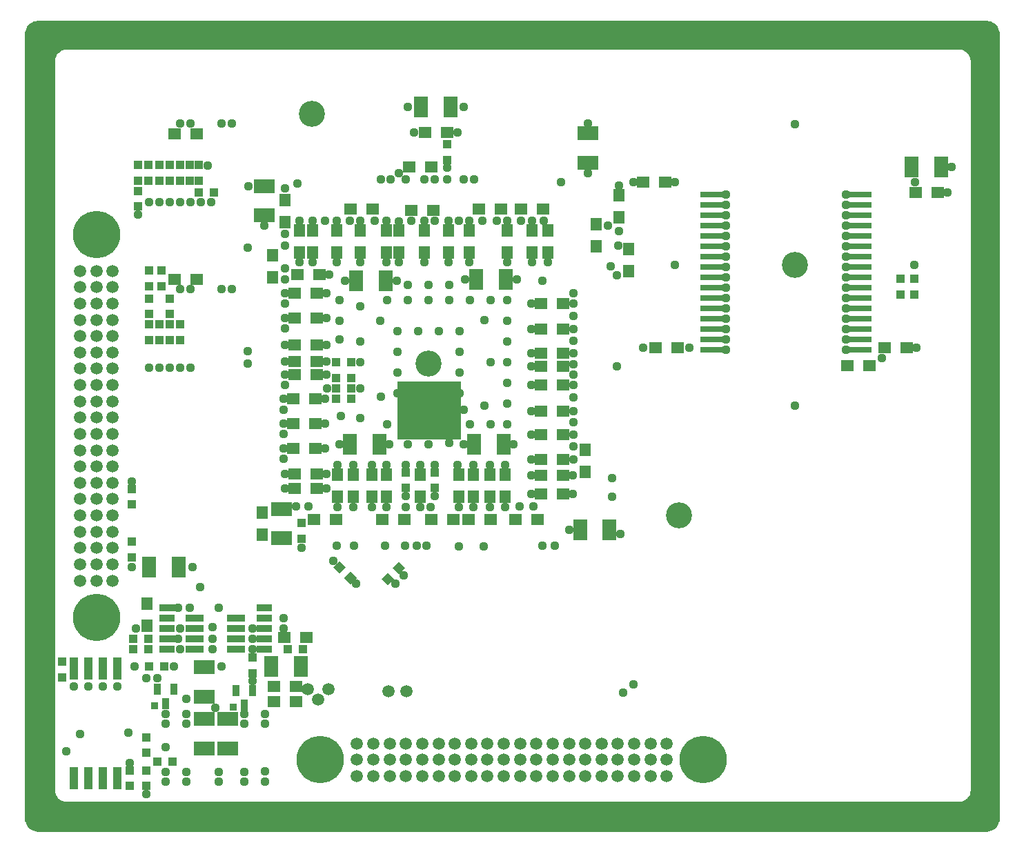
<source format=gbr>
G75*
G70*
%OFA0B0*%
%FSLAX24Y24*%
%IPPOS*%
%LPD*%
%AMOC8*
5,1,8,0,0,1.08239X$1,22.5*
%
%ADD10C,0.0160*%
%ADD11R,0.3050X0.2850*%
%ADD12C,0.0595*%
%ADD13C,0.2285*%
%ADD14R,0.0880X0.0330*%
%ADD15R,0.0434X0.0434*%
%ADD16R,0.0631X0.0552*%
%ADD17R,0.0552X0.0631*%
%ADD18R,0.0434X0.0434*%
%ADD19R,0.1080X0.0300*%
%ADD20R,0.0710X0.1025*%
%ADD21R,0.1025X0.0710*%
%ADD22R,0.0330X0.0580*%
%ADD23R,0.0330X0.0330*%
%ADD24R,0.0780X0.0330*%
%ADD25R,0.0430X0.1080*%
%ADD26C,0.0440*%
%ADD27C,0.1346*%
%ADD28C,0.1261*%
D10*
X000489Y000489D02*
X000425Y000565D01*
X000374Y000649D01*
X000336Y000740D01*
X000313Y000836D01*
X000305Y000935D01*
X000305Y038725D01*
X000313Y038824D01*
X000336Y038920D01*
X000374Y039011D01*
X000425Y039095D01*
X000489Y039171D01*
X000565Y039235D01*
X000649Y039286D01*
X000740Y039324D01*
X000836Y039347D01*
X000935Y039355D01*
X003005Y039355D01*
X003005Y038105D01*
X002235Y038105D01*
X002136Y038097D01*
X002040Y038074D01*
X001949Y038036D01*
X001865Y037985D01*
X001789Y037921D01*
X001725Y037845D01*
X001674Y037761D01*
X001636Y037670D01*
X001613Y037574D01*
X001605Y037475D01*
X001605Y002235D01*
X001613Y002136D01*
X001636Y002040D01*
X001674Y001949D01*
X001725Y001865D01*
X001789Y001789D01*
X001865Y001725D01*
X001949Y001674D01*
X002040Y001636D01*
X002136Y001613D01*
X002235Y001605D01*
X045375Y001605D01*
X045474Y001613D01*
X045570Y001636D01*
X045661Y001674D01*
X045745Y001725D01*
X045821Y001789D01*
X045885Y001865D01*
X045936Y001949D01*
X045974Y002040D01*
X045997Y002136D01*
X046005Y002235D01*
X046005Y037475D01*
X045997Y037574D01*
X045974Y037670D01*
X045936Y037761D01*
X045885Y037845D01*
X045821Y037921D01*
X045745Y037985D01*
X045661Y038036D01*
X045570Y038074D01*
X045474Y038097D01*
X045375Y038105D01*
X003055Y038105D01*
X003055Y039355D01*
X046625Y039355D01*
X046724Y039347D01*
X046820Y039324D01*
X046911Y039286D01*
X046995Y039235D01*
X047071Y039171D01*
X047135Y039095D01*
X047186Y039011D01*
X047224Y038920D01*
X047247Y038824D01*
X047255Y038725D01*
X047255Y000935D01*
X047247Y000836D01*
X047224Y000740D01*
X047186Y000649D01*
X047135Y000565D01*
X047071Y000489D01*
X046995Y000425D01*
X046911Y000374D01*
X046820Y000336D01*
X046724Y000313D01*
X046625Y000305D01*
X000935Y000305D01*
X000836Y000313D01*
X000740Y000336D01*
X000649Y000374D01*
X000565Y000425D01*
X000489Y000489D01*
X000510Y000472D02*
X047050Y000472D01*
X047175Y000631D02*
X000385Y000631D01*
X000324Y000789D02*
X047236Y000789D01*
X047255Y000948D02*
X000305Y000948D01*
X000305Y001106D02*
X047255Y001106D01*
X047255Y001265D02*
X000305Y001265D01*
X000305Y001423D02*
X047255Y001423D01*
X047255Y001582D02*
X000305Y001582D01*
X000305Y001740D02*
X001847Y001740D01*
X001705Y001899D02*
X000305Y001899D01*
X000305Y002057D02*
X001632Y002057D01*
X001607Y002216D02*
X000305Y002216D01*
X000305Y002374D02*
X001605Y002374D01*
X001605Y002533D02*
X000305Y002533D01*
X000305Y002691D02*
X001605Y002691D01*
X001605Y002850D02*
X000305Y002850D01*
X000305Y003008D02*
X001605Y003008D01*
X001605Y003167D02*
X000305Y003167D01*
X000305Y003325D02*
X001605Y003325D01*
X001605Y003484D02*
X000305Y003484D01*
X000305Y003642D02*
X001605Y003642D01*
X001605Y003801D02*
X000305Y003801D01*
X000305Y003959D02*
X001605Y003959D01*
X001605Y004118D02*
X000305Y004118D01*
X000305Y004276D02*
X001605Y004276D01*
X001605Y004435D02*
X000305Y004435D01*
X000305Y004593D02*
X001605Y004593D01*
X001605Y004752D02*
X000305Y004752D01*
X000305Y004910D02*
X001605Y004910D01*
X001605Y005069D02*
X000305Y005069D01*
X000305Y005227D02*
X001605Y005227D01*
X001605Y005386D02*
X000305Y005386D01*
X000305Y005544D02*
X001605Y005544D01*
X001605Y005703D02*
X000305Y005703D01*
X000305Y005861D02*
X001605Y005861D01*
X001605Y006020D02*
X000305Y006020D01*
X000305Y006178D02*
X001605Y006178D01*
X001605Y006337D02*
X000305Y006337D01*
X000305Y006495D02*
X001605Y006495D01*
X001605Y006654D02*
X000305Y006654D01*
X000305Y006812D02*
X001605Y006812D01*
X001605Y006971D02*
X000305Y006971D01*
X000305Y007129D02*
X001605Y007129D01*
X001605Y007288D02*
X000305Y007288D01*
X000305Y007446D02*
X001605Y007446D01*
X001605Y007605D02*
X000305Y007605D01*
X000305Y007763D02*
X001605Y007763D01*
X001605Y007922D02*
X000305Y007922D01*
X000305Y008080D02*
X001605Y008080D01*
X001605Y008239D02*
X000305Y008239D01*
X000305Y008397D02*
X001605Y008397D01*
X001605Y008556D02*
X000305Y008556D01*
X000305Y008714D02*
X001605Y008714D01*
X001605Y008873D02*
X000305Y008873D01*
X000305Y009031D02*
X001605Y009031D01*
X001605Y009190D02*
X000305Y009190D01*
X000305Y009348D02*
X001605Y009348D01*
X001605Y009507D02*
X000305Y009507D01*
X000305Y009665D02*
X001605Y009665D01*
X001605Y009824D02*
X000305Y009824D01*
X000305Y009982D02*
X001605Y009982D01*
X001605Y010141D02*
X000305Y010141D01*
X000305Y010299D02*
X001605Y010299D01*
X001605Y010458D02*
X000305Y010458D01*
X000305Y010616D02*
X001605Y010616D01*
X001605Y010775D02*
X000305Y010775D01*
X000305Y010933D02*
X001605Y010933D01*
X001605Y011092D02*
X000305Y011092D01*
X000305Y011250D02*
X001605Y011250D01*
X001605Y011409D02*
X000305Y011409D01*
X000305Y011567D02*
X001605Y011567D01*
X001605Y011726D02*
X000305Y011726D01*
X000305Y011884D02*
X001605Y011884D01*
X001605Y012043D02*
X000305Y012043D01*
X000305Y012201D02*
X001605Y012201D01*
X001605Y012360D02*
X000305Y012360D01*
X000305Y012518D02*
X001605Y012518D01*
X001605Y012677D02*
X000305Y012677D01*
X000305Y012835D02*
X001605Y012835D01*
X001605Y012994D02*
X000305Y012994D01*
X000305Y013152D02*
X001605Y013152D01*
X001605Y013311D02*
X000305Y013311D01*
X000305Y013469D02*
X001605Y013469D01*
X001605Y013628D02*
X000305Y013628D01*
X000305Y013786D02*
X001605Y013786D01*
X001605Y013945D02*
X000305Y013945D01*
X000305Y014103D02*
X001605Y014103D01*
X001605Y014262D02*
X000305Y014262D01*
X000305Y014420D02*
X001605Y014420D01*
X001605Y014579D02*
X000305Y014579D01*
X000305Y014737D02*
X001605Y014737D01*
X001605Y014896D02*
X000305Y014896D01*
X000305Y015054D02*
X001605Y015054D01*
X001605Y015213D02*
X000305Y015213D01*
X000305Y015371D02*
X001605Y015371D01*
X001605Y015530D02*
X000305Y015530D01*
X000305Y015688D02*
X001605Y015688D01*
X001605Y015847D02*
X000305Y015847D01*
X000305Y016005D02*
X001605Y016005D01*
X001605Y016164D02*
X000305Y016164D01*
X000305Y016322D02*
X001605Y016322D01*
X001605Y016481D02*
X000305Y016481D01*
X000305Y016639D02*
X001605Y016639D01*
X001605Y016798D02*
X000305Y016798D01*
X000305Y016956D02*
X001605Y016956D01*
X001605Y017115D02*
X000305Y017115D01*
X000305Y017273D02*
X001605Y017273D01*
X001605Y017432D02*
X000305Y017432D01*
X000305Y017590D02*
X001605Y017590D01*
X001605Y017749D02*
X000305Y017749D01*
X000305Y017907D02*
X001605Y017907D01*
X001605Y018066D02*
X000305Y018066D01*
X000305Y018224D02*
X001605Y018224D01*
X001605Y018383D02*
X000305Y018383D01*
X000305Y018541D02*
X001605Y018541D01*
X001605Y018700D02*
X000305Y018700D01*
X000305Y018858D02*
X001605Y018858D01*
X001605Y019017D02*
X000305Y019017D01*
X000305Y019175D02*
X001605Y019175D01*
X001605Y019334D02*
X000305Y019334D01*
X000305Y019492D02*
X001605Y019492D01*
X001605Y019651D02*
X000305Y019651D01*
X000305Y019809D02*
X001605Y019809D01*
X001605Y019968D02*
X000305Y019968D01*
X000305Y020126D02*
X001605Y020126D01*
X001605Y020285D02*
X000305Y020285D01*
X000305Y020443D02*
X001605Y020443D01*
X001605Y020602D02*
X000305Y020602D01*
X000305Y020760D02*
X001605Y020760D01*
X001605Y020919D02*
X000305Y020919D01*
X000305Y021077D02*
X001605Y021077D01*
X001605Y021236D02*
X000305Y021236D01*
X000305Y021394D02*
X001605Y021394D01*
X001605Y021553D02*
X000305Y021553D01*
X000305Y021711D02*
X001605Y021711D01*
X001605Y021870D02*
X000305Y021870D01*
X000305Y022028D02*
X001605Y022028D01*
X001605Y022187D02*
X000305Y022187D01*
X000305Y022345D02*
X001605Y022345D01*
X001605Y022504D02*
X000305Y022504D01*
X000305Y022662D02*
X001605Y022662D01*
X001605Y022821D02*
X000305Y022821D01*
X000305Y022979D02*
X001605Y022979D01*
X001605Y023138D02*
X000305Y023138D01*
X000305Y023296D02*
X001605Y023296D01*
X001605Y023455D02*
X000305Y023455D01*
X000305Y023613D02*
X001605Y023613D01*
X001605Y023772D02*
X000305Y023772D01*
X000305Y023930D02*
X001605Y023930D01*
X001605Y024089D02*
X000305Y024089D01*
X000305Y024247D02*
X001605Y024247D01*
X001605Y024406D02*
X000305Y024406D01*
X000305Y024564D02*
X001605Y024564D01*
X001605Y024723D02*
X000305Y024723D01*
X000305Y024881D02*
X001605Y024881D01*
X001605Y025040D02*
X000305Y025040D01*
X000305Y025198D02*
X001605Y025198D01*
X001605Y025357D02*
X000305Y025357D01*
X000305Y025515D02*
X001605Y025515D01*
X001605Y025674D02*
X000305Y025674D01*
X000305Y025832D02*
X001605Y025832D01*
X001605Y025991D02*
X000305Y025991D01*
X000305Y026149D02*
X001605Y026149D01*
X001605Y026308D02*
X000305Y026308D01*
X000305Y026466D02*
X001605Y026466D01*
X001605Y026625D02*
X000305Y026625D01*
X000305Y026783D02*
X001605Y026783D01*
X001605Y026942D02*
X000305Y026942D01*
X000305Y027100D02*
X001605Y027100D01*
X001605Y027259D02*
X000305Y027259D01*
X000305Y027417D02*
X001605Y027417D01*
X001605Y027576D02*
X000305Y027576D01*
X000305Y027734D02*
X001605Y027734D01*
X001605Y027893D02*
X000305Y027893D01*
X000305Y028051D02*
X001605Y028051D01*
X001605Y028210D02*
X000305Y028210D01*
X000305Y028368D02*
X001605Y028368D01*
X001605Y028527D02*
X000305Y028527D01*
X000305Y028685D02*
X001605Y028685D01*
X001605Y028844D02*
X000305Y028844D01*
X000305Y029002D02*
X001605Y029002D01*
X001605Y029161D02*
X000305Y029161D01*
X000305Y029319D02*
X001605Y029319D01*
X001605Y029478D02*
X000305Y029478D01*
X000305Y029636D02*
X001605Y029636D01*
X001605Y029795D02*
X000305Y029795D01*
X000305Y029953D02*
X001605Y029953D01*
X001605Y030112D02*
X000305Y030112D01*
X000305Y030270D02*
X001605Y030270D01*
X001605Y030429D02*
X000305Y030429D01*
X000305Y030587D02*
X001605Y030587D01*
X001605Y030746D02*
X000305Y030746D01*
X000305Y030904D02*
X001605Y030904D01*
X001605Y031063D02*
X000305Y031063D01*
X000305Y031221D02*
X001605Y031221D01*
X001605Y031380D02*
X000305Y031380D01*
X000305Y031538D02*
X001605Y031538D01*
X001605Y031697D02*
X000305Y031697D01*
X000305Y031855D02*
X001605Y031855D01*
X001605Y032014D02*
X000305Y032014D01*
X000305Y032172D02*
X001605Y032172D01*
X001605Y032331D02*
X000305Y032331D01*
X000305Y032489D02*
X001605Y032489D01*
X001605Y032648D02*
X000305Y032648D01*
X000305Y032806D02*
X001605Y032806D01*
X001605Y032965D02*
X000305Y032965D01*
X000305Y033123D02*
X001605Y033123D01*
X001605Y033282D02*
X000305Y033282D01*
X000305Y033440D02*
X001605Y033440D01*
X001605Y033599D02*
X000305Y033599D01*
X000305Y033757D02*
X001605Y033757D01*
X001605Y033916D02*
X000305Y033916D01*
X000305Y034074D02*
X001605Y034074D01*
X001605Y034233D02*
X000305Y034233D01*
X000305Y034391D02*
X001605Y034391D01*
X001605Y034550D02*
X000305Y034550D01*
X000305Y034708D02*
X001605Y034708D01*
X001605Y034867D02*
X000305Y034867D01*
X000305Y035025D02*
X001605Y035025D01*
X001605Y035184D02*
X000305Y035184D01*
X000305Y035342D02*
X001605Y035342D01*
X001605Y035501D02*
X000305Y035501D01*
X000305Y035659D02*
X001605Y035659D01*
X001605Y035818D02*
X000305Y035818D01*
X000305Y035976D02*
X001605Y035976D01*
X001605Y036135D02*
X000305Y036135D01*
X000305Y036293D02*
X001605Y036293D01*
X001605Y036452D02*
X000305Y036452D01*
X000305Y036610D02*
X001605Y036610D01*
X001605Y036769D02*
X000305Y036769D01*
X000305Y036927D02*
X001605Y036927D01*
X001605Y037086D02*
X000305Y037086D01*
X000305Y037244D02*
X001605Y037244D01*
X001605Y037403D02*
X000305Y037403D01*
X000305Y037561D02*
X001612Y037561D01*
X001656Y037720D02*
X000305Y037720D01*
X000305Y037878D02*
X001753Y037878D01*
X001949Y038037D02*
X000305Y038037D01*
X000305Y038195D02*
X003005Y038195D01*
X003055Y038195D02*
X047255Y038195D01*
X047255Y038037D02*
X045661Y038037D01*
X045857Y037878D02*
X047255Y037878D01*
X047255Y037720D02*
X045954Y037720D01*
X045998Y037561D02*
X047255Y037561D01*
X047255Y037403D02*
X046005Y037403D01*
X046005Y037244D02*
X047255Y037244D01*
X047255Y037086D02*
X046005Y037086D01*
X046005Y036927D02*
X047255Y036927D01*
X047255Y036769D02*
X046005Y036769D01*
X046005Y036610D02*
X047255Y036610D01*
X047255Y036452D02*
X046005Y036452D01*
X046005Y036293D02*
X047255Y036293D01*
X047255Y036135D02*
X046005Y036135D01*
X046005Y035976D02*
X047255Y035976D01*
X047255Y035818D02*
X046005Y035818D01*
X046005Y035659D02*
X047255Y035659D01*
X047255Y035501D02*
X046005Y035501D01*
X046005Y035342D02*
X047255Y035342D01*
X047255Y035184D02*
X046005Y035184D01*
X046005Y035025D02*
X047255Y035025D01*
X047255Y034867D02*
X046005Y034867D01*
X046005Y034708D02*
X047255Y034708D01*
X047255Y034550D02*
X046005Y034550D01*
X046005Y034391D02*
X047255Y034391D01*
X047255Y034233D02*
X046005Y034233D01*
X046005Y034074D02*
X047255Y034074D01*
X047255Y033916D02*
X046005Y033916D01*
X046005Y033757D02*
X047255Y033757D01*
X047255Y033599D02*
X046005Y033599D01*
X046005Y033440D02*
X047255Y033440D01*
X047255Y033282D02*
X046005Y033282D01*
X046005Y033123D02*
X047255Y033123D01*
X047255Y032965D02*
X046005Y032965D01*
X046005Y032806D02*
X047255Y032806D01*
X047255Y032648D02*
X046005Y032648D01*
X046005Y032489D02*
X047255Y032489D01*
X047255Y032331D02*
X046005Y032331D01*
X046005Y032172D02*
X047255Y032172D01*
X047255Y032014D02*
X046005Y032014D01*
X046005Y031855D02*
X047255Y031855D01*
X047255Y031697D02*
X046005Y031697D01*
X046005Y031538D02*
X047255Y031538D01*
X047255Y031380D02*
X046005Y031380D01*
X046005Y031221D02*
X047255Y031221D01*
X047255Y031063D02*
X046005Y031063D01*
X046005Y030904D02*
X047255Y030904D01*
X047255Y030746D02*
X046005Y030746D01*
X046005Y030587D02*
X047255Y030587D01*
X047255Y030429D02*
X046005Y030429D01*
X046005Y030270D02*
X047255Y030270D01*
X047255Y030112D02*
X046005Y030112D01*
X046005Y029953D02*
X047255Y029953D01*
X047255Y029795D02*
X046005Y029795D01*
X046005Y029636D02*
X047255Y029636D01*
X047255Y029478D02*
X046005Y029478D01*
X046005Y029319D02*
X047255Y029319D01*
X047255Y029161D02*
X046005Y029161D01*
X046005Y029002D02*
X047255Y029002D01*
X047255Y028844D02*
X046005Y028844D01*
X046005Y028685D02*
X047255Y028685D01*
X047255Y028527D02*
X046005Y028527D01*
X046005Y028368D02*
X047255Y028368D01*
X047255Y028210D02*
X046005Y028210D01*
X046005Y028051D02*
X047255Y028051D01*
X047255Y027893D02*
X046005Y027893D01*
X046005Y027734D02*
X047255Y027734D01*
X047255Y027576D02*
X046005Y027576D01*
X046005Y027417D02*
X047255Y027417D01*
X047255Y027259D02*
X046005Y027259D01*
X046005Y027100D02*
X047255Y027100D01*
X047255Y026942D02*
X046005Y026942D01*
X046005Y026783D02*
X047255Y026783D01*
X047255Y026625D02*
X046005Y026625D01*
X046005Y026466D02*
X047255Y026466D01*
X047255Y026308D02*
X046005Y026308D01*
X046005Y026149D02*
X047255Y026149D01*
X047255Y025991D02*
X046005Y025991D01*
X046005Y025832D02*
X047255Y025832D01*
X047255Y025674D02*
X046005Y025674D01*
X046005Y025515D02*
X047255Y025515D01*
X047255Y025357D02*
X046005Y025357D01*
X046005Y025198D02*
X047255Y025198D01*
X047255Y025040D02*
X046005Y025040D01*
X046005Y024881D02*
X047255Y024881D01*
X047255Y024723D02*
X046005Y024723D01*
X046005Y024564D02*
X047255Y024564D01*
X047255Y024406D02*
X046005Y024406D01*
X046005Y024247D02*
X047255Y024247D01*
X047255Y024089D02*
X046005Y024089D01*
X046005Y023930D02*
X047255Y023930D01*
X047255Y023772D02*
X046005Y023772D01*
X046005Y023613D02*
X047255Y023613D01*
X047255Y023455D02*
X046005Y023455D01*
X046005Y023296D02*
X047255Y023296D01*
X047255Y023138D02*
X046005Y023138D01*
X046005Y022979D02*
X047255Y022979D01*
X047255Y022821D02*
X046005Y022821D01*
X046005Y022662D02*
X047255Y022662D01*
X047255Y022504D02*
X046005Y022504D01*
X046005Y022345D02*
X047255Y022345D01*
X047255Y022187D02*
X046005Y022187D01*
X046005Y022028D02*
X047255Y022028D01*
X047255Y021870D02*
X046005Y021870D01*
X046005Y021711D02*
X047255Y021711D01*
X047255Y021553D02*
X046005Y021553D01*
X046005Y021394D02*
X047255Y021394D01*
X047255Y021236D02*
X046005Y021236D01*
X046005Y021077D02*
X047255Y021077D01*
X047255Y020919D02*
X046005Y020919D01*
X046005Y020760D02*
X047255Y020760D01*
X047255Y020602D02*
X046005Y020602D01*
X046005Y020443D02*
X047255Y020443D01*
X047255Y020285D02*
X046005Y020285D01*
X046005Y020126D02*
X047255Y020126D01*
X047255Y019968D02*
X046005Y019968D01*
X046005Y019809D02*
X047255Y019809D01*
X047255Y019651D02*
X046005Y019651D01*
X046005Y019492D02*
X047255Y019492D01*
X047255Y019334D02*
X046005Y019334D01*
X046005Y019175D02*
X047255Y019175D01*
X047255Y019017D02*
X046005Y019017D01*
X046005Y018858D02*
X047255Y018858D01*
X047255Y018700D02*
X046005Y018700D01*
X046005Y018541D02*
X047255Y018541D01*
X047255Y018383D02*
X046005Y018383D01*
X046005Y018224D02*
X047255Y018224D01*
X047255Y018066D02*
X046005Y018066D01*
X046005Y017907D02*
X047255Y017907D01*
X047255Y017749D02*
X046005Y017749D01*
X046005Y017590D02*
X047255Y017590D01*
X047255Y017432D02*
X046005Y017432D01*
X046005Y017273D02*
X047255Y017273D01*
X047255Y017115D02*
X046005Y017115D01*
X046005Y016956D02*
X047255Y016956D01*
X047255Y016798D02*
X046005Y016798D01*
X046005Y016639D02*
X047255Y016639D01*
X047255Y016481D02*
X046005Y016481D01*
X046005Y016322D02*
X047255Y016322D01*
X047255Y016164D02*
X046005Y016164D01*
X046005Y016005D02*
X047255Y016005D01*
X047255Y015847D02*
X046005Y015847D01*
X046005Y015688D02*
X047255Y015688D01*
X047255Y015530D02*
X046005Y015530D01*
X046005Y015371D02*
X047255Y015371D01*
X047255Y015213D02*
X046005Y015213D01*
X046005Y015054D02*
X047255Y015054D01*
X047255Y014896D02*
X046005Y014896D01*
X046005Y014737D02*
X047255Y014737D01*
X047255Y014579D02*
X046005Y014579D01*
X046005Y014420D02*
X047255Y014420D01*
X047255Y014262D02*
X046005Y014262D01*
X046005Y014103D02*
X047255Y014103D01*
X047255Y013945D02*
X046005Y013945D01*
X046005Y013786D02*
X047255Y013786D01*
X047255Y013628D02*
X046005Y013628D01*
X046005Y013469D02*
X047255Y013469D01*
X047255Y013311D02*
X046005Y013311D01*
X046005Y013152D02*
X047255Y013152D01*
X047255Y012994D02*
X046005Y012994D01*
X046005Y012835D02*
X047255Y012835D01*
X047255Y012677D02*
X046005Y012677D01*
X046005Y012518D02*
X047255Y012518D01*
X047255Y012360D02*
X046005Y012360D01*
X046005Y012201D02*
X047255Y012201D01*
X047255Y012043D02*
X046005Y012043D01*
X046005Y011884D02*
X047255Y011884D01*
X047255Y011726D02*
X046005Y011726D01*
X046005Y011567D02*
X047255Y011567D01*
X047255Y011409D02*
X046005Y011409D01*
X046005Y011250D02*
X047255Y011250D01*
X047255Y011092D02*
X046005Y011092D01*
X046005Y010933D02*
X047255Y010933D01*
X047255Y010775D02*
X046005Y010775D01*
X046005Y010616D02*
X047255Y010616D01*
X047255Y010458D02*
X046005Y010458D01*
X046005Y010299D02*
X047255Y010299D01*
X047255Y010141D02*
X046005Y010141D01*
X046005Y009982D02*
X047255Y009982D01*
X047255Y009824D02*
X046005Y009824D01*
X046005Y009665D02*
X047255Y009665D01*
X047255Y009507D02*
X046005Y009507D01*
X046005Y009348D02*
X047255Y009348D01*
X047255Y009190D02*
X046005Y009190D01*
X046005Y009031D02*
X047255Y009031D01*
X047255Y008873D02*
X046005Y008873D01*
X046005Y008714D02*
X047255Y008714D01*
X047255Y008556D02*
X046005Y008556D01*
X046005Y008397D02*
X047255Y008397D01*
X047255Y008239D02*
X046005Y008239D01*
X046005Y008080D02*
X047255Y008080D01*
X047255Y007922D02*
X046005Y007922D01*
X046005Y007763D02*
X047255Y007763D01*
X047255Y007605D02*
X046005Y007605D01*
X046005Y007446D02*
X047255Y007446D01*
X047255Y007288D02*
X046005Y007288D01*
X046005Y007129D02*
X047255Y007129D01*
X047255Y006971D02*
X046005Y006971D01*
X046005Y006812D02*
X047255Y006812D01*
X047255Y006654D02*
X046005Y006654D01*
X046005Y006495D02*
X047255Y006495D01*
X047255Y006337D02*
X046005Y006337D01*
X046005Y006178D02*
X047255Y006178D01*
X047255Y006020D02*
X046005Y006020D01*
X046005Y005861D02*
X047255Y005861D01*
X047255Y005703D02*
X046005Y005703D01*
X046005Y005544D02*
X047255Y005544D01*
X047255Y005386D02*
X046005Y005386D01*
X046005Y005227D02*
X047255Y005227D01*
X047255Y005069D02*
X046005Y005069D01*
X046005Y004910D02*
X047255Y004910D01*
X047255Y004752D02*
X046005Y004752D01*
X046005Y004593D02*
X047255Y004593D01*
X047255Y004435D02*
X046005Y004435D01*
X046005Y004276D02*
X047255Y004276D01*
X047255Y004118D02*
X046005Y004118D01*
X046005Y003959D02*
X047255Y003959D01*
X047255Y003801D02*
X046005Y003801D01*
X046005Y003642D02*
X047255Y003642D01*
X047255Y003484D02*
X046005Y003484D01*
X046005Y003325D02*
X047255Y003325D01*
X047255Y003167D02*
X046005Y003167D01*
X046005Y003008D02*
X047255Y003008D01*
X047255Y002850D02*
X046005Y002850D01*
X046005Y002691D02*
X047255Y002691D01*
X047255Y002533D02*
X046005Y002533D01*
X046005Y002374D02*
X047255Y002374D01*
X047255Y002216D02*
X046003Y002216D01*
X045978Y002057D02*
X047255Y002057D01*
X047255Y001899D02*
X045905Y001899D01*
X045763Y001740D02*
X047255Y001740D01*
X046727Y000314D02*
X000833Y000314D01*
X000305Y038354D02*
X003005Y038354D01*
X003055Y038354D02*
X047255Y038354D01*
X047255Y038512D02*
X003055Y038512D01*
X003005Y038512D02*
X000305Y038512D01*
X000305Y038671D02*
X003005Y038671D01*
X003055Y038671D02*
X047255Y038671D01*
X047246Y038829D02*
X003055Y038829D01*
X003005Y038829D02*
X000314Y038829D01*
X000364Y038988D02*
X003005Y038988D01*
X003055Y038988D02*
X047196Y038988D01*
X047091Y039146D02*
X003055Y039146D01*
X003005Y039146D02*
X000469Y039146D01*
X000693Y039305D02*
X003005Y039305D01*
X003055Y039305D02*
X046867Y039305D01*
D11*
X019780Y020580D03*
D12*
X004486Y020234D03*
X004486Y021021D03*
X004486Y021809D03*
X004486Y022596D03*
X004486Y023383D03*
X004486Y024171D03*
X004486Y024958D03*
X004486Y025746D03*
X004486Y026533D03*
X004486Y027320D03*
X003698Y027320D03*
X002911Y027320D03*
X002911Y026533D03*
X003698Y026533D03*
X003698Y025746D03*
X002911Y025746D03*
X002911Y024958D03*
X003698Y024958D03*
X003698Y024171D03*
X002911Y024171D03*
X002911Y023383D03*
X003698Y023383D03*
X003698Y022596D03*
X002911Y022596D03*
X002911Y021809D03*
X003698Y021809D03*
X003698Y021021D03*
X002911Y021021D03*
X002911Y020234D03*
X003698Y020234D03*
X003698Y019446D03*
X002911Y019446D03*
X002911Y018659D03*
X003698Y018659D03*
X003698Y017872D03*
X002911Y017872D03*
X002911Y017084D03*
X003698Y017084D03*
X003698Y016297D03*
X002911Y016297D03*
X002911Y015509D03*
X003698Y015509D03*
X003698Y014722D03*
X002911Y014722D03*
X002911Y013935D03*
X003698Y013935D03*
X004486Y013935D03*
X004486Y014722D03*
X004486Y015509D03*
X004486Y016297D03*
X004486Y017084D03*
X004486Y017872D03*
X004486Y018659D03*
X004486Y019446D03*
X004486Y013147D03*
X004486Y012360D03*
X003698Y012360D03*
X002911Y012360D03*
X002911Y013147D03*
X003698Y013147D03*
X013905Y007105D03*
X014405Y006605D03*
X014905Y007105D03*
X017821Y007005D03*
X018689Y007005D03*
X018659Y004486D03*
X019446Y004486D03*
X019446Y003698D03*
X018659Y003698D03*
X018659Y002911D03*
X019446Y002911D03*
X020234Y002911D03*
X021021Y002911D03*
X021809Y002911D03*
X022596Y002911D03*
X022596Y003698D03*
X023383Y003698D03*
X024171Y003698D03*
X024171Y002911D03*
X023383Y002911D03*
X024958Y002911D03*
X024958Y003698D03*
X025746Y003698D03*
X026533Y003698D03*
X026533Y002911D03*
X025746Y002911D03*
X027320Y002911D03*
X027320Y003698D03*
X027320Y004486D03*
X026533Y004486D03*
X025746Y004486D03*
X024958Y004486D03*
X024171Y004486D03*
X023383Y004486D03*
X022596Y004486D03*
X021809Y004486D03*
X021021Y004486D03*
X020234Y004486D03*
X020234Y003698D03*
X021021Y003698D03*
X021809Y003698D03*
X017872Y003698D03*
X017872Y002911D03*
X017084Y002911D03*
X016297Y002911D03*
X016297Y003698D03*
X017084Y003698D03*
X017084Y004486D03*
X016297Y004486D03*
X017872Y004486D03*
X028108Y004486D03*
X028895Y004486D03*
X029683Y004486D03*
X030470Y004486D03*
X031257Y004486D03*
X031257Y003698D03*
X030470Y003698D03*
X030470Y002911D03*
X031257Y002911D03*
X029683Y002911D03*
X029683Y003698D03*
X028895Y003698D03*
X028108Y003698D03*
X028108Y002911D03*
X028895Y002911D03*
D13*
X033029Y003698D03*
X014525Y003698D03*
X003698Y010588D03*
X003698Y029092D03*
D14*
X008455Y010555D03*
X008455Y010055D03*
X008455Y009555D03*
X008455Y009055D03*
X010455Y009055D03*
X010455Y009555D03*
X010455Y010055D03*
X010455Y010555D03*
D15*
X011255Y008629D03*
X011255Y007881D03*
X012931Y009055D03*
X013679Y009055D03*
X007379Y003605D03*
X006631Y003605D03*
X006105Y003179D03*
X005305Y003179D03*
X005305Y002431D03*
X006105Y002431D03*
X006105Y004031D03*
X006105Y004779D03*
X006231Y008205D03*
X006979Y008205D03*
X006229Y009055D03*
X006229Y009555D03*
X005481Y009555D03*
X005481Y009055D03*
X002055Y008429D03*
X002055Y007681D03*
X005405Y013481D03*
X005405Y014229D03*
X005405Y016031D03*
X005405Y016779D03*
X013605Y015129D03*
X013605Y014381D03*
X018655Y016831D03*
X018655Y017579D03*
X020055Y017579D03*
X020055Y016831D03*
X016029Y021155D03*
X016029Y021655D03*
X016029Y022155D03*
X015281Y022155D03*
X015281Y021655D03*
X015281Y021155D03*
X015281Y022905D03*
X016029Y022905D03*
X007755Y023981D03*
X007255Y023981D03*
X006755Y023981D03*
X006255Y023981D03*
X006255Y024729D03*
X006755Y024729D03*
X007255Y024729D03*
X007755Y024729D03*
X007255Y025231D03*
X007255Y025979D03*
X006855Y026581D03*
X006255Y026581D03*
X006255Y027329D03*
X006855Y027329D03*
X006255Y025979D03*
X006255Y025231D03*
X005705Y030431D03*
X005705Y031179D03*
X005705Y031681D03*
X006205Y031681D03*
X006755Y031681D03*
X007255Y031681D03*
X007755Y031681D03*
X008205Y031681D03*
X008655Y031681D03*
X008631Y031105D03*
X009379Y031105D03*
X008655Y032429D03*
X008205Y032429D03*
X007755Y032429D03*
X007255Y032429D03*
X006755Y032429D03*
X006205Y032429D03*
X005705Y032429D03*
X020636Y032681D03*
X020636Y033429D03*
X042555Y026929D03*
X043205Y026929D03*
X043205Y026181D03*
X042555Y026181D03*
D16*
X042836Y023605D03*
X041774Y023605D03*
X041036Y022755D03*
X039974Y022755D03*
X031786Y023605D03*
X030724Y023605D03*
X026236Y023355D03*
X026236Y022705D03*
X026236Y021805D03*
X025174Y021805D03*
X025174Y022705D03*
X025174Y023355D03*
X025174Y024505D03*
X026236Y024505D03*
X026236Y025755D03*
X025174Y025755D03*
X025286Y030305D03*
X024224Y030305D03*
X023236Y030305D03*
X022174Y030305D03*
X019986Y030255D03*
X018924Y030255D03*
X017036Y030305D03*
X015974Y030305D03*
X018824Y032355D03*
X019886Y032355D03*
X019574Y034005D03*
X020636Y034005D03*
X014486Y027155D03*
X014336Y026255D03*
X013424Y027155D03*
X013274Y026255D03*
X013274Y025055D03*
X014336Y025055D03*
X014336Y023755D03*
X014336Y022955D03*
X014336Y022305D03*
X013274Y022305D03*
X013274Y022955D03*
X013274Y023755D03*
X013224Y021155D03*
X014286Y021155D03*
X014286Y019955D03*
X013224Y019955D03*
X013224Y018755D03*
X014286Y018755D03*
X014336Y017505D03*
X014336Y016805D03*
X013274Y016805D03*
X013274Y017505D03*
X014224Y015305D03*
X015286Y015305D03*
X017524Y015305D03*
X018586Y015305D03*
X019874Y015305D03*
X020936Y015305D03*
X021674Y015305D03*
X022736Y015305D03*
X023954Y015305D03*
X025016Y015305D03*
X025174Y016555D03*
X025174Y017455D03*
X025174Y018205D03*
X026236Y018205D03*
X026236Y017455D03*
X026236Y016555D03*
X026236Y019405D03*
X025174Y019405D03*
X025174Y020555D03*
X026236Y020555D03*
X013836Y009605D03*
X012774Y009605D03*
X012274Y007255D03*
X012274Y006505D03*
X013336Y006505D03*
X013336Y007255D03*
X008536Y026905D03*
X007474Y026905D03*
X007474Y033955D03*
X008536Y033955D03*
X030124Y031605D03*
X031186Y031605D03*
X043274Y031105D03*
X044336Y031105D03*
D17*
X029405Y028386D03*
X029405Y027324D03*
X027855Y028524D03*
X027855Y029586D03*
X028955Y029924D03*
X028955Y030986D03*
X025505Y029286D03*
X024755Y029286D03*
X024755Y028224D03*
X025505Y028224D03*
X023555Y028224D03*
X023555Y029286D03*
X021705Y029286D03*
X020705Y029286D03*
X020705Y028224D03*
X021705Y028224D03*
X019555Y028224D03*
X019555Y029286D03*
X018305Y029286D03*
X017705Y029286D03*
X017705Y028224D03*
X018305Y028224D03*
X016455Y028224D03*
X016455Y029286D03*
X015305Y029286D03*
X015305Y028224D03*
X014155Y028224D03*
X013505Y028224D03*
X013505Y029286D03*
X014155Y029286D03*
X012805Y029674D03*
X012805Y030736D03*
X012205Y028086D03*
X012205Y027024D03*
X015355Y017486D03*
X016105Y017486D03*
X017005Y017486D03*
X017705Y017486D03*
X017705Y016424D03*
X017005Y016424D03*
X016105Y016424D03*
X015355Y016424D03*
X011705Y015636D03*
X011705Y014574D03*
X006155Y011236D03*
X006155Y010174D03*
X019355Y016424D03*
X019355Y017486D03*
X021205Y017486D03*
X021905Y017486D03*
X022705Y017486D03*
X023455Y017486D03*
X023455Y016424D03*
X022705Y016424D03*
X021905Y016424D03*
X021205Y016424D03*
X027305Y017624D03*
X027305Y018686D03*
D18*
G36*
X018013Y012969D02*
X018319Y013275D01*
X018625Y012969D01*
X018319Y012663D01*
X018013Y012969D01*
G37*
G36*
X017485Y012441D02*
X017791Y012747D01*
X018097Y012441D01*
X017791Y012135D01*
X017485Y012441D01*
G37*
G36*
X015969Y012797D02*
X016275Y012491D01*
X015969Y012185D01*
X015663Y012491D01*
X015969Y012797D01*
G37*
G36*
X015441Y013325D02*
X015747Y013019D01*
X015441Y012713D01*
X015135Y013019D01*
X015441Y013325D01*
G37*
D19*
X033405Y023505D03*
X033405Y024005D03*
X033405Y024505D03*
X033405Y025005D03*
X033405Y025505D03*
X033405Y026005D03*
X033405Y026505D03*
X033405Y027005D03*
X033405Y027505D03*
X033405Y028005D03*
X033405Y028505D03*
X033405Y029005D03*
X033405Y029505D03*
X033405Y030005D03*
X033405Y030505D03*
X033405Y031005D03*
X040605Y031005D03*
X040605Y030505D03*
X040605Y030005D03*
X040605Y029505D03*
X040605Y029005D03*
X040605Y028505D03*
X040605Y028005D03*
X040605Y027505D03*
X040605Y027005D03*
X040605Y026505D03*
X040605Y026005D03*
X040605Y025505D03*
X040605Y025005D03*
X040605Y024505D03*
X040605Y024005D03*
X040605Y023505D03*
D20*
X043096Y032355D03*
X044514Y032355D03*
X023464Y026905D03*
X022046Y026905D03*
X017664Y026855D03*
X016246Y026855D03*
X015946Y018955D03*
X017364Y018955D03*
X021946Y018955D03*
X023364Y018955D03*
X027076Y014805D03*
X028494Y014805D03*
X013564Y008205D03*
X012146Y008205D03*
X007664Y013005D03*
X006246Y013005D03*
X019396Y035255D03*
X020814Y035255D03*
D21*
X027455Y033964D03*
X027455Y032546D03*
X011805Y031414D03*
X011805Y029996D03*
X012655Y015814D03*
X012655Y014396D03*
X008905Y008164D03*
X008905Y006746D03*
X008905Y005664D03*
X010055Y005664D03*
X010055Y004246D03*
X008905Y004246D03*
D22*
X007055Y006405D03*
X006655Y007105D03*
X007455Y007105D03*
X010455Y007055D03*
X011255Y007055D03*
X010855Y006355D03*
D23*
X010305Y006255D03*
X006505Y006305D03*
D24*
X007105Y009055D03*
X007105Y009555D03*
X007105Y010055D03*
X007105Y010555D03*
X007105Y011055D03*
X011805Y011055D03*
X011805Y010555D03*
X011805Y010055D03*
X011805Y009555D03*
X011805Y009055D03*
D25*
X004705Y008105D03*
X004005Y008105D03*
X003305Y008105D03*
X002605Y008105D03*
X002605Y002805D03*
X003305Y002805D03*
X004005Y002805D03*
X004705Y002805D03*
D26*
X005305Y003555D03*
X006105Y002055D03*
X007055Y002655D03*
X007055Y003105D03*
X008055Y003105D03*
X008055Y002655D03*
X009605Y002655D03*
X009605Y003105D03*
X010855Y003105D03*
X010855Y002655D03*
X011855Y002655D03*
X011855Y003155D03*
X011855Y005455D03*
X011855Y005905D03*
X010855Y005905D03*
X010855Y005455D03*
X009455Y006205D03*
X008055Y005905D03*
X008055Y005455D03*
X007055Y005455D03*
X007055Y005905D03*
X008055Y006655D03*
X006655Y007655D03*
X007455Y008205D03*
X007755Y009055D03*
X007655Y009555D03*
X007755Y010055D03*
X007655Y011055D03*
X008205Y011055D03*
X009305Y010105D03*
X009305Y009555D03*
X009305Y009055D03*
X009755Y008205D03*
X011255Y007505D03*
X011255Y009055D03*
X011255Y009555D03*
X011255Y010055D03*
X012755Y010055D03*
X012755Y010555D03*
X009605Y011055D03*
X008705Y012055D03*
X008355Y013005D03*
X005405Y013005D03*
X005605Y010055D03*
X005555Y008205D03*
X006105Y007655D03*
X004705Y007255D03*
X004005Y007255D03*
X003305Y007255D03*
X002605Y007255D03*
X000505Y007618D03*
X000505Y008405D03*
X000505Y009193D03*
X000505Y006831D03*
X000505Y006043D03*
X000505Y005256D03*
X000505Y004468D03*
X000505Y003681D03*
X000505Y002894D03*
X000505Y002106D03*
X001956Y000505D03*
X002756Y000505D03*
X003556Y000505D03*
X004344Y000505D03*
X005131Y000505D03*
X005918Y000505D03*
X006706Y000505D03*
X007493Y000505D03*
X008281Y000505D03*
X009068Y000505D03*
X009855Y000505D03*
X010643Y000505D03*
X011430Y000505D03*
X013356Y000505D03*
X014156Y000505D03*
X014956Y000505D03*
X015744Y000505D03*
X016531Y000505D03*
X017318Y000505D03*
X018106Y000505D03*
X018893Y000505D03*
X019681Y000505D03*
X020468Y000505D03*
X021255Y000505D03*
X022043Y000505D03*
X022830Y000505D03*
X024756Y000505D03*
X025556Y000505D03*
X026356Y000505D03*
X027144Y000505D03*
X027931Y000505D03*
X028718Y000505D03*
X029506Y000505D03*
X030293Y000505D03*
X031081Y000505D03*
X031868Y000505D03*
X032655Y000505D03*
X033443Y000505D03*
X034230Y000505D03*
X036156Y000505D03*
X036956Y000505D03*
X037756Y000505D03*
X038544Y000505D03*
X039331Y000505D03*
X040118Y000505D03*
X040906Y000505D03*
X041693Y000505D03*
X042481Y000505D03*
X043268Y000505D03*
X044055Y000505D03*
X044843Y000505D03*
X045630Y000505D03*
X047005Y002117D03*
X047005Y002905D03*
X047005Y003692D03*
X047005Y004479D03*
X047005Y005267D03*
X047005Y006054D03*
X047005Y006842D03*
X047005Y007629D03*
X047005Y008416D03*
X047005Y009204D03*
X047005Y011517D03*
X047005Y012305D03*
X047005Y013092D03*
X047005Y013879D03*
X047005Y014667D03*
X047005Y015454D03*
X047005Y016242D03*
X047005Y017029D03*
X047005Y017816D03*
X047005Y018604D03*
X047005Y021017D03*
X047005Y021805D03*
X047005Y022592D03*
X047005Y023379D03*
X047005Y024167D03*
X047005Y024954D03*
X047005Y025742D03*
X047005Y026529D03*
X047005Y027316D03*
X047005Y028104D03*
X047005Y030517D03*
X047005Y031305D03*
X047005Y032092D03*
X047005Y032879D03*
X047005Y033667D03*
X047005Y034454D03*
X047005Y035242D03*
X047005Y036029D03*
X047005Y036816D03*
X047005Y037604D03*
X045604Y039105D03*
X044804Y039105D03*
X044004Y039105D03*
X043216Y039105D03*
X042429Y039105D03*
X041642Y039105D03*
X040854Y039105D03*
X040067Y039105D03*
X039279Y039105D03*
X038492Y039105D03*
X037705Y039105D03*
X036917Y039105D03*
X036130Y039105D03*
X034204Y039105D03*
X033404Y039105D03*
X032604Y039105D03*
X031816Y039105D03*
X031029Y039105D03*
X030242Y039105D03*
X029454Y039105D03*
X028667Y039105D03*
X027879Y039105D03*
X027092Y039105D03*
X026305Y039105D03*
X025517Y039105D03*
X024730Y039105D03*
X022804Y039105D03*
X022004Y039105D03*
X021204Y039105D03*
X020416Y039105D03*
X019629Y039105D03*
X018842Y039105D03*
X018054Y039105D03*
X017267Y039105D03*
X016479Y039105D03*
X015692Y039105D03*
X014905Y039105D03*
X014117Y039105D03*
X013330Y039105D03*
X011404Y039105D03*
X010604Y039105D03*
X009804Y039105D03*
X009016Y039105D03*
X008229Y039105D03*
X007442Y039105D03*
X006654Y039105D03*
X005867Y039105D03*
X005079Y039105D03*
X004292Y039105D03*
X003505Y039105D03*
X002717Y039105D03*
X001930Y039105D03*
X000505Y037593D03*
X000505Y036805D03*
X000505Y036018D03*
X000505Y035231D03*
X000505Y034443D03*
X000505Y033656D03*
X000505Y032868D03*
X000505Y032081D03*
X000505Y031294D03*
X000505Y030506D03*
X000505Y028143D03*
X000505Y027355D03*
X000505Y026568D03*
X000505Y025781D03*
X000505Y024993D03*
X000505Y024206D03*
X000505Y023418D03*
X000505Y022631D03*
X000505Y021844D03*
X000505Y021056D03*
X000505Y018643D03*
X000505Y017855D03*
X000505Y017068D03*
X000505Y016281D03*
X000505Y015493D03*
X000505Y014706D03*
X000505Y013918D03*
X000505Y013131D03*
X000505Y012344D03*
X000505Y011556D03*
X005405Y017155D03*
X006255Y022655D03*
X006755Y022655D03*
X007255Y022655D03*
X007755Y022655D03*
X008255Y022655D03*
X011005Y022855D03*
X011005Y023455D03*
X012805Y023755D03*
X012805Y022955D03*
X012805Y022305D03*
X012805Y021805D03*
X012755Y021155D03*
X012755Y020605D03*
X012755Y019955D03*
X012755Y019455D03*
X012755Y018755D03*
X012755Y018255D03*
X012805Y017505D03*
X012805Y016805D03*
X013355Y015955D03*
X013955Y015955D03*
X014805Y016805D03*
X014805Y017505D03*
X015355Y017955D03*
X016105Y017955D03*
X017005Y017955D03*
X017705Y017955D03*
X018655Y017955D03*
X019355Y017955D03*
X020055Y017955D03*
X019755Y018955D03*
X018755Y018955D03*
X017855Y018955D03*
X017755Y019905D03*
X018755Y019905D03*
X019755Y019905D03*
X020755Y019905D03*
X021455Y020605D03*
X021755Y019905D03*
X022755Y019905D03*
X023555Y019905D03*
X023555Y020905D03*
X022455Y020805D03*
X021255Y021405D03*
X021255Y022405D03*
X020255Y021405D03*
X019255Y021405D03*
X018255Y021405D03*
X017455Y021255D03*
X016455Y021655D03*
X016455Y022905D03*
X016455Y023905D03*
X015455Y024005D03*
X014805Y023755D03*
X014805Y022955D03*
X014805Y022305D03*
X014855Y021655D03*
X014755Y021155D03*
X015505Y020305D03*
X014755Y019955D03*
X014755Y018755D03*
X015455Y018955D03*
X016455Y020205D03*
X018255Y022405D03*
X018255Y023405D03*
X018255Y024405D03*
X017405Y024905D03*
X016455Y025605D03*
X015455Y025905D03*
X014805Y026255D03*
X014955Y027155D03*
X015305Y027755D03*
X016455Y027755D03*
X015705Y026855D03*
X014155Y027755D03*
X013505Y027755D03*
X012805Y027455D03*
X012805Y026905D03*
X012805Y026255D03*
X012805Y025755D03*
X012805Y025055D03*
X012805Y024555D03*
X014805Y025055D03*
X015455Y024905D03*
X017755Y025905D03*
X018755Y025905D03*
X018755Y026655D03*
X018205Y026855D03*
X018305Y027755D03*
X017705Y027755D03*
X019555Y027755D03*
X020705Y027755D03*
X021705Y027755D03*
X021505Y026905D03*
X020755Y026655D03*
X020755Y025905D03*
X019755Y025905D03*
X019755Y026655D03*
X021755Y025905D03*
X022755Y025905D03*
X023555Y025905D03*
X024005Y026905D03*
X023555Y027755D03*
X024755Y027755D03*
X025505Y027755D03*
X025255Y026855D03*
X024705Y025755D03*
X023555Y024905D03*
X023555Y023905D03*
X024705Y023355D03*
X024705Y022705D03*
X024705Y021805D03*
X023555Y021905D03*
X023555Y022905D03*
X022755Y022905D03*
X021255Y023405D03*
X021255Y024405D03*
X020255Y024405D03*
X019255Y024405D03*
X022455Y024955D03*
X024705Y024505D03*
X026755Y024505D03*
X026755Y023955D03*
X026755Y023355D03*
X026755Y022805D03*
X026755Y022305D03*
X026755Y021805D03*
X026755Y021205D03*
X026755Y020555D03*
X026755Y020005D03*
X026755Y019405D03*
X026755Y018855D03*
X026755Y018205D03*
X026705Y017455D03*
X026705Y016555D03*
X026555Y014805D03*
X025855Y014055D03*
X025255Y014055D03*
X024805Y015955D03*
X024705Y016555D03*
X024155Y015955D03*
X023455Y015905D03*
X022705Y015905D03*
X021905Y015905D03*
X021205Y015905D03*
X020055Y016455D03*
X019855Y015905D03*
X019355Y015905D03*
X018655Y015905D03*
X018655Y016455D03*
X017705Y015905D03*
X017005Y015905D03*
X016105Y015905D03*
X015355Y015905D03*
X015305Y014055D03*
X015155Y013305D03*
X016155Y014055D03*
X017655Y014055D03*
X018629Y014055D03*
X019179Y014055D03*
X019655Y014055D03*
X021205Y014005D03*
X022405Y014005D03*
X018555Y012605D03*
X018155Y012205D03*
X016255Y012205D03*
X013605Y013955D03*
X020755Y019005D03*
X021455Y018955D03*
X021155Y017955D03*
X021905Y017955D03*
X022705Y017955D03*
X023455Y017955D03*
X023855Y018955D03*
X024705Y019405D03*
X024705Y020555D03*
X024705Y018205D03*
X024705Y017455D03*
X028605Y017305D03*
X028605Y016405D03*
X029005Y014605D03*
X037455Y020805D03*
X039905Y023505D03*
X039905Y024005D03*
X039905Y024505D03*
X039905Y025005D03*
X039905Y025505D03*
X039905Y026005D03*
X039905Y026505D03*
X039905Y027005D03*
X039905Y027505D03*
X039905Y028005D03*
X039905Y028505D03*
X039905Y029005D03*
X039905Y029505D03*
X039905Y030005D03*
X039905Y030505D03*
X039905Y031005D03*
X043255Y031605D03*
X044805Y031105D03*
X045005Y032355D03*
X043205Y027605D03*
X043305Y023605D03*
X041655Y023105D03*
X034105Y023505D03*
X034105Y024005D03*
X034105Y024505D03*
X034105Y025005D03*
X034105Y025505D03*
X034105Y026005D03*
X034105Y026505D03*
X034105Y027005D03*
X034105Y027505D03*
X034105Y028005D03*
X034105Y028505D03*
X034105Y029005D03*
X034105Y029505D03*
X034105Y030005D03*
X034105Y030505D03*
X034105Y031005D03*
X031655Y031605D03*
X029655Y031605D03*
X028955Y031455D03*
X027455Y032055D03*
X026155Y031605D03*
X025305Y029755D03*
X024755Y029755D03*
X024205Y029755D03*
X023555Y029755D03*
X023055Y029755D03*
X022355Y029755D03*
X021705Y029755D03*
X021205Y029755D03*
X020705Y029755D03*
X020055Y029755D03*
X019555Y029755D03*
X018905Y029755D03*
X018305Y029705D03*
X017705Y029755D03*
X017155Y029755D03*
X016455Y029755D03*
X015955Y029755D03*
X015305Y029755D03*
X014755Y029755D03*
X014155Y029755D03*
X013505Y029755D03*
X012805Y029105D03*
X012805Y028555D03*
X011805Y029505D03*
X011005Y028455D03*
X010255Y026455D03*
X009755Y026455D03*
X008255Y026455D03*
X007755Y026455D03*
X005705Y030055D03*
X006255Y030655D03*
X006755Y030655D03*
X007255Y030655D03*
X007755Y030655D03*
X008255Y030655D03*
X008755Y030655D03*
X009255Y030655D03*
X009065Y032425D03*
X011055Y031405D03*
X012805Y031305D03*
X013405Y031555D03*
X010255Y034455D03*
X009755Y034455D03*
X008255Y034455D03*
X007755Y034455D03*
X017455Y031755D03*
X017905Y031755D03*
X018305Y032055D03*
X018655Y031755D03*
X019555Y031755D03*
X020055Y031755D03*
X020655Y031755D03*
X020636Y032305D03*
X021455Y031755D03*
X021955Y031755D03*
X021155Y034005D03*
X021455Y035255D03*
X019055Y034005D03*
X018755Y035255D03*
X027455Y034455D03*
X028405Y029505D03*
X028955Y029255D03*
X028905Y028555D03*
X028555Y027555D03*
X028855Y027105D03*
X026755Y026255D03*
X026755Y025755D03*
X026755Y025155D03*
X028855Y022705D03*
X030105Y023605D03*
X032355Y023605D03*
X031655Y027605D03*
X037455Y034405D03*
X029655Y007355D03*
X029155Y006955D03*
X007055Y004305D03*
X005255Y005005D03*
X002905Y004955D03*
X002255Y004105D03*
D27*
X000942Y000942D03*
X000942Y010391D03*
X000942Y019840D03*
X000942Y029289D03*
X000942Y038738D03*
X012360Y038738D03*
X023777Y038738D03*
X035194Y038738D03*
X046612Y038738D03*
X046612Y029289D03*
X046612Y019840D03*
X046612Y010391D03*
X046612Y000942D03*
X035194Y000942D03*
X023777Y000942D03*
X012360Y000942D03*
D28*
X031855Y015498D03*
X019755Y022855D03*
X014105Y034898D03*
X037455Y027605D03*
M02*

</source>
